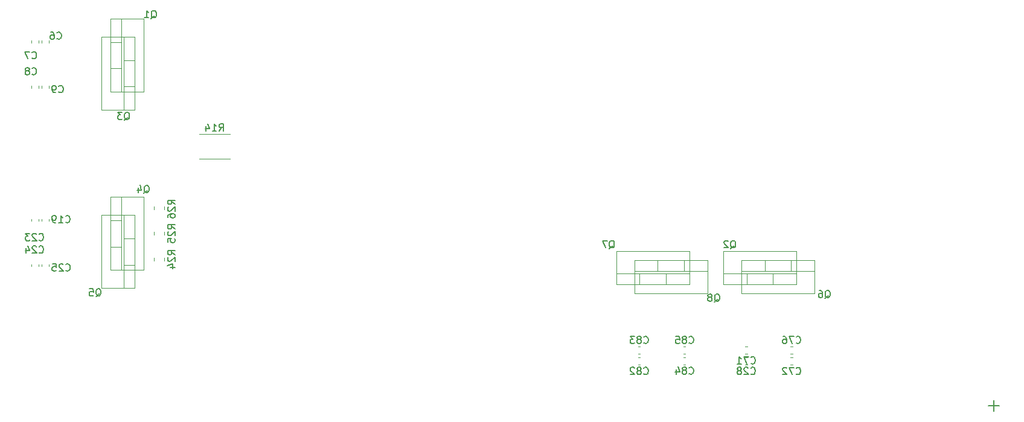
<source format=gbr>
%TF.GenerationSoftware,KiCad,Pcbnew,(6.0.9)*%
%TF.CreationDate,2023-07-13T02:30:16+01:00*%
%TF.ProjectId,Resonant_Converter_V1,5265736f-6e61-46e7-945f-436f6e766572,rev?*%
%TF.SameCoordinates,Original*%
%TF.FileFunction,Legend,Bot*%
%TF.FilePolarity,Positive*%
%FSLAX46Y46*%
G04 Gerber Fmt 4.6, Leading zero omitted, Abs format (unit mm)*
G04 Created by KiCad (PCBNEW (6.0.9)) date 2023-07-13 02:30:16*
%MOMM*%
%LPD*%
G01*
G04 APERTURE LIST*
%ADD10C,0.150000*%
%ADD11C,0.120000*%
G04 APERTURE END LIST*
D10*
X202261904Y-110392857D02*
X200738095Y-110392857D01*
X201500000Y-111154761D02*
X201500000Y-109630952D01*
%TO.C,Q2*%
X164595238Y-88297619D02*
X164690476Y-88250000D01*
X164785714Y-88154761D01*
X164928571Y-88011904D01*
X165023809Y-87964285D01*
X165119047Y-87964285D01*
X165071428Y-88202380D02*
X165166666Y-88154761D01*
X165261904Y-88059523D01*
X165309523Y-87869047D01*
X165309523Y-87535714D01*
X165261904Y-87345238D01*
X165166666Y-87250000D01*
X165071428Y-87202380D01*
X164880952Y-87202380D01*
X164785714Y-87250000D01*
X164690476Y-87345238D01*
X164642857Y-87535714D01*
X164642857Y-87869047D01*
X164690476Y-88059523D01*
X164785714Y-88154761D01*
X164880952Y-88202380D01*
X165071428Y-88202380D01*
X164261904Y-87297619D02*
X164214285Y-87250000D01*
X164119047Y-87202380D01*
X163880952Y-87202380D01*
X163785714Y-87250000D01*
X163738095Y-87297619D01*
X163690476Y-87392857D01*
X163690476Y-87488095D01*
X163738095Y-87630952D01*
X164309523Y-88202380D01*
X163690476Y-88202380D01*
%TO.C,C8*%
X66666666Y-63857142D02*
X66714285Y-63904761D01*
X66857142Y-63952380D01*
X66952380Y-63952380D01*
X67095238Y-63904761D01*
X67190476Y-63809523D01*
X67238095Y-63714285D01*
X67285714Y-63523809D01*
X67285714Y-63380952D01*
X67238095Y-63190476D01*
X67190476Y-63095238D01*
X67095238Y-63000000D01*
X66952380Y-62952380D01*
X66857142Y-62952380D01*
X66714285Y-63000000D01*
X66666666Y-63047619D01*
X66095238Y-63380952D02*
X66190476Y-63333333D01*
X66238095Y-63285714D01*
X66285714Y-63190476D01*
X66285714Y-63142857D01*
X66238095Y-63047619D01*
X66190476Y-63000000D01*
X66095238Y-62952380D01*
X65904761Y-62952380D01*
X65809523Y-63000000D01*
X65761904Y-63047619D01*
X65714285Y-63142857D01*
X65714285Y-63190476D01*
X65761904Y-63285714D01*
X65809523Y-63333333D01*
X65904761Y-63380952D01*
X66095238Y-63380952D01*
X66190476Y-63428571D01*
X66238095Y-63476190D01*
X66285714Y-63571428D01*
X66285714Y-63761904D01*
X66238095Y-63857142D01*
X66190476Y-63904761D01*
X66095238Y-63952380D01*
X65904761Y-63952380D01*
X65809523Y-63904761D01*
X65761904Y-63857142D01*
X65714285Y-63761904D01*
X65714285Y-63571428D01*
X65761904Y-63476190D01*
X65809523Y-63428571D01*
X65904761Y-63380952D01*
%TO.C,R26*%
X86702380Y-82107142D02*
X86226190Y-81773809D01*
X86702380Y-81535714D02*
X85702380Y-81535714D01*
X85702380Y-81916666D01*
X85750000Y-82011904D01*
X85797619Y-82059523D01*
X85892857Y-82107142D01*
X86035714Y-82107142D01*
X86130952Y-82059523D01*
X86178571Y-82011904D01*
X86226190Y-81916666D01*
X86226190Y-81535714D01*
X85797619Y-82488095D02*
X85750000Y-82535714D01*
X85702380Y-82630952D01*
X85702380Y-82869047D01*
X85750000Y-82964285D01*
X85797619Y-83011904D01*
X85892857Y-83059523D01*
X85988095Y-83059523D01*
X86130952Y-83011904D01*
X86702380Y-82440476D01*
X86702380Y-83059523D01*
X85702380Y-83916666D02*
X85702380Y-83726190D01*
X85750000Y-83630952D01*
X85797619Y-83583333D01*
X85940476Y-83488095D01*
X86130952Y-83440476D01*
X86511904Y-83440476D01*
X86607142Y-83488095D01*
X86654761Y-83535714D01*
X86702380Y-83630952D01*
X86702380Y-83821428D01*
X86654761Y-83916666D01*
X86607142Y-83964285D01*
X86511904Y-84011904D01*
X86273809Y-84011904D01*
X86178571Y-83964285D01*
X86130952Y-83916666D01*
X86083333Y-83821428D01*
X86083333Y-83630952D01*
X86130952Y-83535714D01*
X86178571Y-83488095D01*
X86273809Y-83440476D01*
%TO.C,C72*%
X173819761Y-105887142D02*
X173867380Y-105934761D01*
X174010237Y-105982380D01*
X174105475Y-105982380D01*
X174248332Y-105934761D01*
X174343570Y-105839523D01*
X174391189Y-105744285D01*
X174438808Y-105553809D01*
X174438808Y-105410952D01*
X174391189Y-105220476D01*
X174343570Y-105125238D01*
X174248332Y-105030000D01*
X174105475Y-104982380D01*
X174010237Y-104982380D01*
X173867380Y-105030000D01*
X173819761Y-105077619D01*
X173486427Y-104982380D02*
X172819761Y-104982380D01*
X173248332Y-105982380D01*
X172486427Y-105077619D02*
X172438808Y-105030000D01*
X172343570Y-104982380D01*
X172105475Y-104982380D01*
X172010237Y-105030000D01*
X171962618Y-105077619D01*
X171914999Y-105172857D01*
X171914999Y-105268095D01*
X171962618Y-105410952D01*
X172534046Y-105982380D01*
X171914999Y-105982380D01*
%TO.C,Q5*%
X75595238Y-95047619D02*
X75690476Y-95000000D01*
X75785714Y-94904761D01*
X75928571Y-94761904D01*
X76023809Y-94714285D01*
X76119047Y-94714285D01*
X76071428Y-94952380D02*
X76166666Y-94904761D01*
X76261904Y-94809523D01*
X76309523Y-94619047D01*
X76309523Y-94285714D01*
X76261904Y-94095238D01*
X76166666Y-94000000D01*
X76071428Y-93952380D01*
X75880952Y-93952380D01*
X75785714Y-94000000D01*
X75690476Y-94095238D01*
X75642857Y-94285714D01*
X75642857Y-94619047D01*
X75690476Y-94809523D01*
X75785714Y-94904761D01*
X75880952Y-94952380D01*
X76071428Y-94952380D01*
X74738095Y-93952380D02*
X75214285Y-93952380D01*
X75261904Y-94428571D01*
X75214285Y-94380952D01*
X75119047Y-94333333D01*
X74880952Y-94333333D01*
X74785714Y-94380952D01*
X74738095Y-94428571D01*
X74690476Y-94523809D01*
X74690476Y-94761904D01*
X74738095Y-94857142D01*
X74785714Y-94904761D01*
X74880952Y-94952380D01*
X75119047Y-94952380D01*
X75214285Y-94904761D01*
X75261904Y-94857142D01*
%TO.C,R14*%
X92892857Y-71832380D02*
X93226190Y-71356190D01*
X93464285Y-71832380D02*
X93464285Y-70832380D01*
X93083333Y-70832380D01*
X92988095Y-70880000D01*
X92940476Y-70927619D01*
X92892857Y-71022857D01*
X92892857Y-71165714D01*
X92940476Y-71260952D01*
X92988095Y-71308571D01*
X93083333Y-71356190D01*
X93464285Y-71356190D01*
X91940476Y-71832380D02*
X92511904Y-71832380D01*
X92226190Y-71832380D02*
X92226190Y-70832380D01*
X92321428Y-70975238D01*
X92416666Y-71070476D01*
X92511904Y-71118095D01*
X91083333Y-71165714D02*
X91083333Y-71832380D01*
X91321428Y-70784761D02*
X91559523Y-71499047D01*
X90940476Y-71499047D01*
%TO.C,C83*%
X152457857Y-101527142D02*
X152505476Y-101574761D01*
X152648333Y-101622380D01*
X152743571Y-101622380D01*
X152886428Y-101574761D01*
X152981666Y-101479523D01*
X153029285Y-101384285D01*
X153076904Y-101193809D01*
X153076904Y-101050952D01*
X153029285Y-100860476D01*
X152981666Y-100765238D01*
X152886428Y-100670000D01*
X152743571Y-100622380D01*
X152648333Y-100622380D01*
X152505476Y-100670000D01*
X152457857Y-100717619D01*
X151886428Y-101050952D02*
X151981666Y-101003333D01*
X152029285Y-100955714D01*
X152076904Y-100860476D01*
X152076904Y-100812857D01*
X152029285Y-100717619D01*
X151981666Y-100670000D01*
X151886428Y-100622380D01*
X151695952Y-100622380D01*
X151600714Y-100670000D01*
X151553095Y-100717619D01*
X151505476Y-100812857D01*
X151505476Y-100860476D01*
X151553095Y-100955714D01*
X151600714Y-101003333D01*
X151695952Y-101050952D01*
X151886428Y-101050952D01*
X151981666Y-101098571D01*
X152029285Y-101146190D01*
X152076904Y-101241428D01*
X152076904Y-101431904D01*
X152029285Y-101527142D01*
X151981666Y-101574761D01*
X151886428Y-101622380D01*
X151695952Y-101622380D01*
X151600714Y-101574761D01*
X151553095Y-101527142D01*
X151505476Y-101431904D01*
X151505476Y-101241428D01*
X151553095Y-101146190D01*
X151600714Y-101098571D01*
X151695952Y-101050952D01*
X151172142Y-100622380D02*
X150553095Y-100622380D01*
X150886428Y-101003333D01*
X150743571Y-101003333D01*
X150648333Y-101050952D01*
X150600714Y-101098571D01*
X150553095Y-101193809D01*
X150553095Y-101431904D01*
X150600714Y-101527142D01*
X150648333Y-101574761D01*
X150743571Y-101622380D01*
X151029285Y-101622380D01*
X151124523Y-101574761D01*
X151172142Y-101527142D01*
%TO.C,R24*%
X86702380Y-89157142D02*
X86226190Y-88823809D01*
X86702380Y-88585714D02*
X85702380Y-88585714D01*
X85702380Y-88966666D01*
X85750000Y-89061904D01*
X85797619Y-89109523D01*
X85892857Y-89157142D01*
X86035714Y-89157142D01*
X86130952Y-89109523D01*
X86178571Y-89061904D01*
X86226190Y-88966666D01*
X86226190Y-88585714D01*
X85797619Y-89538095D02*
X85750000Y-89585714D01*
X85702380Y-89680952D01*
X85702380Y-89919047D01*
X85750000Y-90014285D01*
X85797619Y-90061904D01*
X85892857Y-90109523D01*
X85988095Y-90109523D01*
X86130952Y-90061904D01*
X86702380Y-89490476D01*
X86702380Y-90109523D01*
X86035714Y-90966666D02*
X86702380Y-90966666D01*
X85654761Y-90728571D02*
X86369047Y-90490476D01*
X86369047Y-91109523D01*
%TO.C,C84*%
X158807857Y-105837142D02*
X158855476Y-105884761D01*
X158998333Y-105932380D01*
X159093571Y-105932380D01*
X159236428Y-105884761D01*
X159331666Y-105789523D01*
X159379285Y-105694285D01*
X159426904Y-105503809D01*
X159426904Y-105360952D01*
X159379285Y-105170476D01*
X159331666Y-105075238D01*
X159236428Y-104980000D01*
X159093571Y-104932380D01*
X158998333Y-104932380D01*
X158855476Y-104980000D01*
X158807857Y-105027619D01*
X158236428Y-105360952D02*
X158331666Y-105313333D01*
X158379285Y-105265714D01*
X158426904Y-105170476D01*
X158426904Y-105122857D01*
X158379285Y-105027619D01*
X158331666Y-104980000D01*
X158236428Y-104932380D01*
X158045952Y-104932380D01*
X157950714Y-104980000D01*
X157903095Y-105027619D01*
X157855476Y-105122857D01*
X157855476Y-105170476D01*
X157903095Y-105265714D01*
X157950714Y-105313333D01*
X158045952Y-105360952D01*
X158236428Y-105360952D01*
X158331666Y-105408571D01*
X158379285Y-105456190D01*
X158426904Y-105551428D01*
X158426904Y-105741904D01*
X158379285Y-105837142D01*
X158331666Y-105884761D01*
X158236428Y-105932380D01*
X158045952Y-105932380D01*
X157950714Y-105884761D01*
X157903095Y-105837142D01*
X157855476Y-105741904D01*
X157855476Y-105551428D01*
X157903095Y-105456190D01*
X157950714Y-105408571D01*
X158045952Y-105360952D01*
X156998333Y-105265714D02*
X156998333Y-105932380D01*
X157236428Y-104884761D02*
X157474523Y-105599047D01*
X156855476Y-105599047D01*
%TO.C,C76*%
X173807857Y-101527142D02*
X173855476Y-101574761D01*
X173998333Y-101622380D01*
X174093571Y-101622380D01*
X174236428Y-101574761D01*
X174331666Y-101479523D01*
X174379285Y-101384285D01*
X174426904Y-101193809D01*
X174426904Y-101050952D01*
X174379285Y-100860476D01*
X174331666Y-100765238D01*
X174236428Y-100670000D01*
X174093571Y-100622380D01*
X173998333Y-100622380D01*
X173855476Y-100670000D01*
X173807857Y-100717619D01*
X173474523Y-100622380D02*
X172807857Y-100622380D01*
X173236428Y-101622380D01*
X171998333Y-100622380D02*
X172188809Y-100622380D01*
X172284047Y-100670000D01*
X172331666Y-100717619D01*
X172426904Y-100860476D01*
X172474523Y-101050952D01*
X172474523Y-101431904D01*
X172426904Y-101527142D01*
X172379285Y-101574761D01*
X172284047Y-101622380D01*
X172093571Y-101622380D01*
X171998333Y-101574761D01*
X171950714Y-101527142D01*
X171903095Y-101431904D01*
X171903095Y-101193809D01*
X171950714Y-101098571D01*
X171998333Y-101050952D01*
X172093571Y-101003333D01*
X172284047Y-101003333D01*
X172379285Y-101050952D01*
X172426904Y-101098571D01*
X172474523Y-101193809D01*
%TO.C,C85*%
X158807857Y-101527142D02*
X158855476Y-101574761D01*
X158998333Y-101622380D01*
X159093571Y-101622380D01*
X159236428Y-101574761D01*
X159331666Y-101479523D01*
X159379285Y-101384285D01*
X159426904Y-101193809D01*
X159426904Y-101050952D01*
X159379285Y-100860476D01*
X159331666Y-100765238D01*
X159236428Y-100670000D01*
X159093571Y-100622380D01*
X158998333Y-100622380D01*
X158855476Y-100670000D01*
X158807857Y-100717619D01*
X158236428Y-101050952D02*
X158331666Y-101003333D01*
X158379285Y-100955714D01*
X158426904Y-100860476D01*
X158426904Y-100812857D01*
X158379285Y-100717619D01*
X158331666Y-100670000D01*
X158236428Y-100622380D01*
X158045952Y-100622380D01*
X157950714Y-100670000D01*
X157903095Y-100717619D01*
X157855476Y-100812857D01*
X157855476Y-100860476D01*
X157903095Y-100955714D01*
X157950714Y-101003333D01*
X158045952Y-101050952D01*
X158236428Y-101050952D01*
X158331666Y-101098571D01*
X158379285Y-101146190D01*
X158426904Y-101241428D01*
X158426904Y-101431904D01*
X158379285Y-101527142D01*
X158331666Y-101574761D01*
X158236428Y-101622380D01*
X158045952Y-101622380D01*
X157950714Y-101574761D01*
X157903095Y-101527142D01*
X157855476Y-101431904D01*
X157855476Y-101241428D01*
X157903095Y-101146190D01*
X157950714Y-101098571D01*
X158045952Y-101050952D01*
X156950714Y-100622380D02*
X157426904Y-100622380D01*
X157474523Y-101098571D01*
X157426904Y-101050952D01*
X157331666Y-101003333D01*
X157093571Y-101003333D01*
X156998333Y-101050952D01*
X156950714Y-101098571D01*
X156903095Y-101193809D01*
X156903095Y-101431904D01*
X156950714Y-101527142D01*
X156998333Y-101574761D01*
X157093571Y-101622380D01*
X157331666Y-101622380D01*
X157426904Y-101574761D01*
X157474523Y-101527142D01*
%TO.C,C7*%
X66666666Y-61607142D02*
X66714285Y-61654761D01*
X66857142Y-61702380D01*
X66952380Y-61702380D01*
X67095238Y-61654761D01*
X67190476Y-61559523D01*
X67238095Y-61464285D01*
X67285714Y-61273809D01*
X67285714Y-61130952D01*
X67238095Y-60940476D01*
X67190476Y-60845238D01*
X67095238Y-60750000D01*
X66952380Y-60702380D01*
X66857142Y-60702380D01*
X66714285Y-60750000D01*
X66666666Y-60797619D01*
X66333333Y-60702380D02*
X65666666Y-60702380D01*
X66095238Y-61702380D01*
%TO.C,Q7*%
X147595238Y-88297619D02*
X147690476Y-88250000D01*
X147785714Y-88154761D01*
X147928571Y-88011904D01*
X148023809Y-87964285D01*
X148119047Y-87964285D01*
X148071428Y-88202380D02*
X148166666Y-88154761D01*
X148261904Y-88059523D01*
X148309523Y-87869047D01*
X148309523Y-87535714D01*
X148261904Y-87345238D01*
X148166666Y-87250000D01*
X148071428Y-87202380D01*
X147880952Y-87202380D01*
X147785714Y-87250000D01*
X147690476Y-87345238D01*
X147642857Y-87535714D01*
X147642857Y-87869047D01*
X147690476Y-88059523D01*
X147785714Y-88154761D01*
X147880952Y-88202380D01*
X148071428Y-88202380D01*
X147309523Y-87202380D02*
X146642857Y-87202380D01*
X147071428Y-88202380D01*
%TO.C,C24*%
X67642857Y-88857142D02*
X67690476Y-88904761D01*
X67833333Y-88952380D01*
X67928571Y-88952380D01*
X68071428Y-88904761D01*
X68166666Y-88809523D01*
X68214285Y-88714285D01*
X68261904Y-88523809D01*
X68261904Y-88380952D01*
X68214285Y-88190476D01*
X68166666Y-88095238D01*
X68071428Y-88000000D01*
X67928571Y-87952380D01*
X67833333Y-87952380D01*
X67690476Y-88000000D01*
X67642857Y-88047619D01*
X67261904Y-88047619D02*
X67214285Y-88000000D01*
X67119047Y-87952380D01*
X66880952Y-87952380D01*
X66785714Y-88000000D01*
X66738095Y-88047619D01*
X66690476Y-88142857D01*
X66690476Y-88238095D01*
X66738095Y-88380952D01*
X67309523Y-88952380D01*
X66690476Y-88952380D01*
X65833333Y-88285714D02*
X65833333Y-88952380D01*
X66071428Y-87904761D02*
X66309523Y-88619047D01*
X65690476Y-88619047D01*
%TO.C,C25*%
X71392857Y-91357142D02*
X71440476Y-91404761D01*
X71583333Y-91452380D01*
X71678571Y-91452380D01*
X71821428Y-91404761D01*
X71916666Y-91309523D01*
X71964285Y-91214285D01*
X72011904Y-91023809D01*
X72011904Y-90880952D01*
X71964285Y-90690476D01*
X71916666Y-90595238D01*
X71821428Y-90500000D01*
X71678571Y-90452380D01*
X71583333Y-90452380D01*
X71440476Y-90500000D01*
X71392857Y-90547619D01*
X71011904Y-90547619D02*
X70964285Y-90500000D01*
X70869047Y-90452380D01*
X70630952Y-90452380D01*
X70535714Y-90500000D01*
X70488095Y-90547619D01*
X70440476Y-90642857D01*
X70440476Y-90738095D01*
X70488095Y-90880952D01*
X71059523Y-91452380D01*
X70440476Y-91452380D01*
X69535714Y-90452380D02*
X70011904Y-90452380D01*
X70059523Y-90928571D01*
X70011904Y-90880952D01*
X69916666Y-90833333D01*
X69678571Y-90833333D01*
X69583333Y-90880952D01*
X69535714Y-90928571D01*
X69488095Y-91023809D01*
X69488095Y-91261904D01*
X69535714Y-91357142D01*
X69583333Y-91404761D01*
X69678571Y-91452380D01*
X69916666Y-91452380D01*
X70011904Y-91404761D01*
X70059523Y-91357142D01*
%TO.C,Q6*%
X177845238Y-95297619D02*
X177940476Y-95250000D01*
X178035714Y-95154761D01*
X178178571Y-95011904D01*
X178273809Y-94964285D01*
X178369047Y-94964285D01*
X178321428Y-95202380D02*
X178416666Y-95154761D01*
X178511904Y-95059523D01*
X178559523Y-94869047D01*
X178559523Y-94535714D01*
X178511904Y-94345238D01*
X178416666Y-94250000D01*
X178321428Y-94202380D01*
X178130952Y-94202380D01*
X178035714Y-94250000D01*
X177940476Y-94345238D01*
X177892857Y-94535714D01*
X177892857Y-94869047D01*
X177940476Y-95059523D01*
X178035714Y-95154761D01*
X178130952Y-95202380D01*
X178321428Y-95202380D01*
X177035714Y-94202380D02*
X177226190Y-94202380D01*
X177321428Y-94250000D01*
X177369047Y-94297619D01*
X177464285Y-94440476D01*
X177511904Y-94630952D01*
X177511904Y-95011904D01*
X177464285Y-95107142D01*
X177416666Y-95154761D01*
X177321428Y-95202380D01*
X177130952Y-95202380D01*
X177035714Y-95154761D01*
X176988095Y-95107142D01*
X176940476Y-95011904D01*
X176940476Y-94773809D01*
X176988095Y-94678571D01*
X177035714Y-94630952D01*
X177130952Y-94583333D01*
X177321428Y-94583333D01*
X177416666Y-94630952D01*
X177464285Y-94678571D01*
X177511904Y-94773809D01*
%TO.C,R25*%
X86702380Y-85557142D02*
X86226190Y-85223809D01*
X86702380Y-84985714D02*
X85702380Y-84985714D01*
X85702380Y-85366666D01*
X85750000Y-85461904D01*
X85797619Y-85509523D01*
X85892857Y-85557142D01*
X86035714Y-85557142D01*
X86130952Y-85509523D01*
X86178571Y-85461904D01*
X86226190Y-85366666D01*
X86226190Y-84985714D01*
X85797619Y-85938095D02*
X85750000Y-85985714D01*
X85702380Y-86080952D01*
X85702380Y-86319047D01*
X85750000Y-86414285D01*
X85797619Y-86461904D01*
X85892857Y-86509523D01*
X85988095Y-86509523D01*
X86130952Y-86461904D01*
X86702380Y-85890476D01*
X86702380Y-86509523D01*
X85702380Y-87414285D02*
X85702380Y-86938095D01*
X86178571Y-86890476D01*
X86130952Y-86938095D01*
X86083333Y-87033333D01*
X86083333Y-87271428D01*
X86130952Y-87366666D01*
X86178571Y-87414285D01*
X86273809Y-87461904D01*
X86511904Y-87461904D01*
X86607142Y-87414285D01*
X86654761Y-87366666D01*
X86702380Y-87271428D01*
X86702380Y-87033333D01*
X86654761Y-86938095D01*
X86607142Y-86890476D01*
%TO.C,C82*%
X152462857Y-105877142D02*
X152510476Y-105924761D01*
X152653333Y-105972380D01*
X152748571Y-105972380D01*
X152891428Y-105924761D01*
X152986666Y-105829523D01*
X153034285Y-105734285D01*
X153081904Y-105543809D01*
X153081904Y-105400952D01*
X153034285Y-105210476D01*
X152986666Y-105115238D01*
X152891428Y-105020000D01*
X152748571Y-104972380D01*
X152653333Y-104972380D01*
X152510476Y-105020000D01*
X152462857Y-105067619D01*
X151891428Y-105400952D02*
X151986666Y-105353333D01*
X152034285Y-105305714D01*
X152081904Y-105210476D01*
X152081904Y-105162857D01*
X152034285Y-105067619D01*
X151986666Y-105020000D01*
X151891428Y-104972380D01*
X151700952Y-104972380D01*
X151605714Y-105020000D01*
X151558095Y-105067619D01*
X151510476Y-105162857D01*
X151510476Y-105210476D01*
X151558095Y-105305714D01*
X151605714Y-105353333D01*
X151700952Y-105400952D01*
X151891428Y-105400952D01*
X151986666Y-105448571D01*
X152034285Y-105496190D01*
X152081904Y-105591428D01*
X152081904Y-105781904D01*
X152034285Y-105877142D01*
X151986666Y-105924761D01*
X151891428Y-105972380D01*
X151700952Y-105972380D01*
X151605714Y-105924761D01*
X151558095Y-105877142D01*
X151510476Y-105781904D01*
X151510476Y-105591428D01*
X151558095Y-105496190D01*
X151605714Y-105448571D01*
X151700952Y-105400952D01*
X151129523Y-105067619D02*
X151081904Y-105020000D01*
X150986666Y-104972380D01*
X150748571Y-104972380D01*
X150653333Y-105020000D01*
X150605714Y-105067619D01*
X150558095Y-105162857D01*
X150558095Y-105258095D01*
X150605714Y-105400952D01*
X151177142Y-105972380D01*
X150558095Y-105972380D01*
%TO.C,C19*%
X71375357Y-84607142D02*
X71422976Y-84654761D01*
X71565833Y-84702380D01*
X71661071Y-84702380D01*
X71803928Y-84654761D01*
X71899166Y-84559523D01*
X71946785Y-84464285D01*
X71994404Y-84273809D01*
X71994404Y-84130952D01*
X71946785Y-83940476D01*
X71899166Y-83845238D01*
X71803928Y-83750000D01*
X71661071Y-83702380D01*
X71565833Y-83702380D01*
X71422976Y-83750000D01*
X71375357Y-83797619D01*
X70422976Y-84702380D02*
X70994404Y-84702380D01*
X70708690Y-84702380D02*
X70708690Y-83702380D01*
X70803928Y-83845238D01*
X70899166Y-83940476D01*
X70994404Y-83988095D01*
X69946785Y-84702380D02*
X69756309Y-84702380D01*
X69661071Y-84654761D01*
X69613452Y-84607142D01*
X69518214Y-84464285D01*
X69470595Y-84273809D01*
X69470595Y-83892857D01*
X69518214Y-83797619D01*
X69565833Y-83750000D01*
X69661071Y-83702380D01*
X69851547Y-83702380D01*
X69946785Y-83750000D01*
X69994404Y-83797619D01*
X70042023Y-83892857D01*
X70042023Y-84130952D01*
X69994404Y-84226190D01*
X69946785Y-84273809D01*
X69851547Y-84321428D01*
X69661071Y-84321428D01*
X69565833Y-84273809D01*
X69518214Y-84226190D01*
X69470595Y-84130952D01*
%TO.C,C71*%
X167457857Y-104387142D02*
X167505476Y-104434761D01*
X167648333Y-104482380D01*
X167743571Y-104482380D01*
X167886428Y-104434761D01*
X167981666Y-104339523D01*
X168029285Y-104244285D01*
X168076904Y-104053809D01*
X168076904Y-103910952D01*
X168029285Y-103720476D01*
X167981666Y-103625238D01*
X167886428Y-103530000D01*
X167743571Y-103482380D01*
X167648333Y-103482380D01*
X167505476Y-103530000D01*
X167457857Y-103577619D01*
X167124523Y-103482380D02*
X166457857Y-103482380D01*
X166886428Y-104482380D01*
X165553095Y-104482380D02*
X166124523Y-104482380D01*
X165838809Y-104482380D02*
X165838809Y-103482380D01*
X165934047Y-103625238D01*
X166029285Y-103720476D01*
X166124523Y-103768095D01*
%TO.C,C6*%
X70166666Y-58857142D02*
X70214285Y-58904761D01*
X70357142Y-58952380D01*
X70452380Y-58952380D01*
X70595238Y-58904761D01*
X70690476Y-58809523D01*
X70738095Y-58714285D01*
X70785714Y-58523809D01*
X70785714Y-58380952D01*
X70738095Y-58190476D01*
X70690476Y-58095238D01*
X70595238Y-58000000D01*
X70452380Y-57952380D01*
X70357142Y-57952380D01*
X70214285Y-58000000D01*
X70166666Y-58047619D01*
X69309523Y-57952380D02*
X69500000Y-57952380D01*
X69595238Y-58000000D01*
X69642857Y-58047619D01*
X69738095Y-58190476D01*
X69785714Y-58380952D01*
X69785714Y-58761904D01*
X69738095Y-58857142D01*
X69690476Y-58904761D01*
X69595238Y-58952380D01*
X69404761Y-58952380D01*
X69309523Y-58904761D01*
X69261904Y-58857142D01*
X69214285Y-58761904D01*
X69214285Y-58523809D01*
X69261904Y-58428571D01*
X69309523Y-58380952D01*
X69404761Y-58333333D01*
X69595238Y-58333333D01*
X69690476Y-58380952D01*
X69738095Y-58428571D01*
X69785714Y-58523809D01*
%TO.C,Q8*%
X162345238Y-95797619D02*
X162440476Y-95750000D01*
X162535714Y-95654761D01*
X162678571Y-95511904D01*
X162773809Y-95464285D01*
X162869047Y-95464285D01*
X162821428Y-95702380D02*
X162916666Y-95654761D01*
X163011904Y-95559523D01*
X163059523Y-95369047D01*
X163059523Y-95035714D01*
X163011904Y-94845238D01*
X162916666Y-94750000D01*
X162821428Y-94702380D01*
X162630952Y-94702380D01*
X162535714Y-94750000D01*
X162440476Y-94845238D01*
X162392857Y-95035714D01*
X162392857Y-95369047D01*
X162440476Y-95559523D01*
X162535714Y-95654761D01*
X162630952Y-95702380D01*
X162821428Y-95702380D01*
X161821428Y-95130952D02*
X161916666Y-95083333D01*
X161964285Y-95035714D01*
X162011904Y-94940476D01*
X162011904Y-94892857D01*
X161964285Y-94797619D01*
X161916666Y-94750000D01*
X161821428Y-94702380D01*
X161630952Y-94702380D01*
X161535714Y-94750000D01*
X161488095Y-94797619D01*
X161440476Y-94892857D01*
X161440476Y-94940476D01*
X161488095Y-95035714D01*
X161535714Y-95083333D01*
X161630952Y-95130952D01*
X161821428Y-95130952D01*
X161916666Y-95178571D01*
X161964285Y-95226190D01*
X162011904Y-95321428D01*
X162011904Y-95511904D01*
X161964285Y-95607142D01*
X161916666Y-95654761D01*
X161821428Y-95702380D01*
X161630952Y-95702380D01*
X161535714Y-95654761D01*
X161488095Y-95607142D01*
X161440476Y-95511904D01*
X161440476Y-95321428D01*
X161488095Y-95226190D01*
X161535714Y-95178571D01*
X161630952Y-95130952D01*
%TO.C,Q3*%
X79595238Y-70297619D02*
X79690476Y-70250000D01*
X79785714Y-70154761D01*
X79928571Y-70011904D01*
X80023809Y-69964285D01*
X80119047Y-69964285D01*
X80071428Y-70202380D02*
X80166666Y-70154761D01*
X80261904Y-70059523D01*
X80309523Y-69869047D01*
X80309523Y-69535714D01*
X80261904Y-69345238D01*
X80166666Y-69250000D01*
X80071428Y-69202380D01*
X79880952Y-69202380D01*
X79785714Y-69250000D01*
X79690476Y-69345238D01*
X79642857Y-69535714D01*
X79642857Y-69869047D01*
X79690476Y-70059523D01*
X79785714Y-70154761D01*
X79880952Y-70202380D01*
X80071428Y-70202380D01*
X79309523Y-69202380D02*
X78690476Y-69202380D01*
X79023809Y-69583333D01*
X78880952Y-69583333D01*
X78785714Y-69630952D01*
X78738095Y-69678571D01*
X78690476Y-69773809D01*
X78690476Y-70011904D01*
X78738095Y-70107142D01*
X78785714Y-70154761D01*
X78880952Y-70202380D01*
X79166666Y-70202380D01*
X79261904Y-70154761D01*
X79309523Y-70107142D01*
%TO.C,Q4*%
X82345238Y-80547619D02*
X82440476Y-80500000D01*
X82535714Y-80404761D01*
X82678571Y-80261904D01*
X82773809Y-80214285D01*
X82869047Y-80214285D01*
X82821428Y-80452380D02*
X82916666Y-80404761D01*
X83011904Y-80309523D01*
X83059523Y-80119047D01*
X83059523Y-79785714D01*
X83011904Y-79595238D01*
X82916666Y-79500000D01*
X82821428Y-79452380D01*
X82630952Y-79452380D01*
X82535714Y-79500000D01*
X82440476Y-79595238D01*
X82392857Y-79785714D01*
X82392857Y-80119047D01*
X82440476Y-80309523D01*
X82535714Y-80404761D01*
X82630952Y-80452380D01*
X82821428Y-80452380D01*
X81535714Y-79785714D02*
X81535714Y-80452380D01*
X81773809Y-79404761D02*
X82011904Y-80119047D01*
X81392857Y-80119047D01*
%TO.C,C9*%
X70416666Y-66357142D02*
X70464285Y-66404761D01*
X70607142Y-66452380D01*
X70702380Y-66452380D01*
X70845238Y-66404761D01*
X70940476Y-66309523D01*
X70988095Y-66214285D01*
X71035714Y-66023809D01*
X71035714Y-65880952D01*
X70988095Y-65690476D01*
X70940476Y-65595238D01*
X70845238Y-65500000D01*
X70702380Y-65452380D01*
X70607142Y-65452380D01*
X70464285Y-65500000D01*
X70416666Y-65547619D01*
X69940476Y-66452380D02*
X69750000Y-66452380D01*
X69654761Y-66404761D01*
X69607142Y-66357142D01*
X69511904Y-66214285D01*
X69464285Y-66023809D01*
X69464285Y-65642857D01*
X69511904Y-65547619D01*
X69559523Y-65500000D01*
X69654761Y-65452380D01*
X69845238Y-65452380D01*
X69940476Y-65500000D01*
X69988095Y-65547619D01*
X70035714Y-65642857D01*
X70035714Y-65880952D01*
X69988095Y-65976190D01*
X69940476Y-66023809D01*
X69845238Y-66071428D01*
X69654761Y-66071428D01*
X69559523Y-66023809D01*
X69511904Y-65976190D01*
X69464285Y-65880952D01*
%TO.C,C23*%
X67642857Y-87107142D02*
X67690476Y-87154761D01*
X67833333Y-87202380D01*
X67928571Y-87202380D01*
X68071428Y-87154761D01*
X68166666Y-87059523D01*
X68214285Y-86964285D01*
X68261904Y-86773809D01*
X68261904Y-86630952D01*
X68214285Y-86440476D01*
X68166666Y-86345238D01*
X68071428Y-86250000D01*
X67928571Y-86202380D01*
X67833333Y-86202380D01*
X67690476Y-86250000D01*
X67642857Y-86297619D01*
X67261904Y-86297619D02*
X67214285Y-86250000D01*
X67119047Y-86202380D01*
X66880952Y-86202380D01*
X66785714Y-86250000D01*
X66738095Y-86297619D01*
X66690476Y-86392857D01*
X66690476Y-86488095D01*
X66738095Y-86630952D01*
X67309523Y-87202380D01*
X66690476Y-87202380D01*
X66357142Y-86202380D02*
X65738095Y-86202380D01*
X66071428Y-86583333D01*
X65928571Y-86583333D01*
X65833333Y-86630952D01*
X65785714Y-86678571D01*
X65738095Y-86773809D01*
X65738095Y-87011904D01*
X65785714Y-87107142D01*
X65833333Y-87154761D01*
X65928571Y-87202380D01*
X66214285Y-87202380D01*
X66309523Y-87154761D01*
X66357142Y-87107142D01*
%TO.C,C28*%
X167457857Y-105877142D02*
X167505476Y-105924761D01*
X167648333Y-105972380D01*
X167743571Y-105972380D01*
X167886428Y-105924761D01*
X167981666Y-105829523D01*
X168029285Y-105734285D01*
X168076904Y-105543809D01*
X168076904Y-105400952D01*
X168029285Y-105210476D01*
X167981666Y-105115238D01*
X167886428Y-105020000D01*
X167743571Y-104972380D01*
X167648333Y-104972380D01*
X167505476Y-105020000D01*
X167457857Y-105067619D01*
X167076904Y-105067619D02*
X167029285Y-105020000D01*
X166934047Y-104972380D01*
X166695952Y-104972380D01*
X166600714Y-105020000D01*
X166553095Y-105067619D01*
X166505476Y-105162857D01*
X166505476Y-105258095D01*
X166553095Y-105400952D01*
X167124523Y-105972380D01*
X166505476Y-105972380D01*
X165934047Y-105400952D02*
X166029285Y-105353333D01*
X166076904Y-105305714D01*
X166124523Y-105210476D01*
X166124523Y-105162857D01*
X166076904Y-105067619D01*
X166029285Y-105020000D01*
X165934047Y-104972380D01*
X165743571Y-104972380D01*
X165648333Y-105020000D01*
X165600714Y-105067619D01*
X165553095Y-105162857D01*
X165553095Y-105210476D01*
X165600714Y-105305714D01*
X165648333Y-105353333D01*
X165743571Y-105400952D01*
X165934047Y-105400952D01*
X166029285Y-105448571D01*
X166076904Y-105496190D01*
X166124523Y-105591428D01*
X166124523Y-105781904D01*
X166076904Y-105877142D01*
X166029285Y-105924761D01*
X165934047Y-105972380D01*
X165743571Y-105972380D01*
X165648333Y-105924761D01*
X165600714Y-105877142D01*
X165553095Y-105781904D01*
X165553095Y-105591428D01*
X165600714Y-105496190D01*
X165648333Y-105448571D01*
X165743571Y-105400952D01*
%TO.C,Q1*%
X83345238Y-56047619D02*
X83440476Y-56000000D01*
X83535714Y-55904761D01*
X83678571Y-55761904D01*
X83773809Y-55714285D01*
X83869047Y-55714285D01*
X83821428Y-55952380D02*
X83916666Y-55904761D01*
X84011904Y-55809523D01*
X84059523Y-55619047D01*
X84059523Y-55285714D01*
X84011904Y-55095238D01*
X83916666Y-55000000D01*
X83821428Y-54952380D01*
X83630952Y-54952380D01*
X83535714Y-55000000D01*
X83440476Y-55095238D01*
X83392857Y-55285714D01*
X83392857Y-55619047D01*
X83440476Y-55809523D01*
X83535714Y-55904761D01*
X83630952Y-55952380D01*
X83821428Y-55952380D01*
X82440476Y-55952380D02*
X83011904Y-55952380D01*
X82726190Y-55952380D02*
X82726190Y-54952380D01*
X82821428Y-55095238D01*
X82916666Y-55190476D01*
X83011904Y-55238095D01*
D11*
%TO.C,Q2*%
X173840000Y-93297500D02*
X173840000Y-88656500D01*
X163600000Y-93297500D02*
X173840000Y-93297500D01*
X163600000Y-91787500D02*
X173840000Y-91787500D01*
X170571000Y-93297500D02*
X170571000Y-91787500D01*
X163600000Y-93297500D02*
X163600000Y-88656500D01*
X163600000Y-88656500D02*
X173840000Y-88656500D01*
X166870000Y-93297500D02*
X166870000Y-91787500D01*
%TO.C,C8*%
X67617500Y-65504420D02*
X67617500Y-65785580D01*
X66597500Y-65504420D02*
X66597500Y-65785580D01*
%TO.C,R26*%
X85235000Y-82372936D02*
X85235000Y-82827064D01*
X83765000Y-82372936D02*
X83765000Y-82827064D01*
%TO.C,C72*%
X173036324Y-103590000D02*
X173317484Y-103590000D01*
X173036324Y-104610000D02*
X173317484Y-104610000D01*
%TO.C,Q5*%
X76406500Y-93865000D02*
X76406500Y-83625000D01*
X81047500Y-86894000D02*
X79537500Y-86894000D01*
X81047500Y-93865000D02*
X76406500Y-93865000D01*
X79537500Y-93865000D02*
X79537500Y-83625000D01*
X81047500Y-83625000D02*
X76406500Y-83625000D01*
X81047500Y-93865000D02*
X81047500Y-83625000D01*
X81047500Y-90595000D02*
X79537500Y-90595000D01*
%TO.C,R14*%
X94427064Y-72290000D02*
X90072936Y-72290000D01*
X94427064Y-75710000D02*
X90072936Y-75710000D01*
%TO.C,C83*%
X151955580Y-103110000D02*
X151674420Y-103110000D01*
X151955580Y-102090000D02*
X151674420Y-102090000D01*
%TO.C,R24*%
X83765000Y-89572936D02*
X83765000Y-90027064D01*
X85235000Y-89572936D02*
X85235000Y-90027064D01*
%TO.C,C84*%
X158024420Y-103540000D02*
X158305580Y-103540000D01*
X158024420Y-104560000D02*
X158305580Y-104560000D01*
%TO.C,C76*%
X173305580Y-102090000D02*
X173024420Y-102090000D01*
X173305580Y-103110000D02*
X173024420Y-103110000D01*
%TO.C,C85*%
X158305580Y-103110000D02*
X158024420Y-103110000D01*
X158305580Y-102090000D02*
X158024420Y-102090000D01*
%TO.C,C7*%
X66597500Y-59159420D02*
X66597500Y-59440580D01*
X67617500Y-59159420D02*
X67617500Y-59440580D01*
%TO.C,Q7*%
X155571000Y-93297500D02*
X155571000Y-91787500D01*
X151870000Y-93297500D02*
X151870000Y-91787500D01*
X158840000Y-93297500D02*
X158840000Y-88656500D01*
X148600000Y-93297500D02*
X158840000Y-93297500D01*
X148600000Y-88656500D02*
X158840000Y-88656500D01*
X148600000Y-93297500D02*
X148600000Y-88656500D01*
X148600000Y-91787500D02*
X158840000Y-91787500D01*
%TO.C,C24*%
X67617500Y-90785580D02*
X67617500Y-90504420D01*
X66597500Y-90785580D02*
X66597500Y-90504420D01*
%TO.C,C25*%
X69057500Y-90504420D02*
X69057500Y-90785580D01*
X68037500Y-90504420D02*
X68037500Y-90785580D01*
%TO.C,Q6*%
X169409000Y-89952500D02*
X169409000Y-91462500D01*
X176380000Y-89952500D02*
X166140000Y-89952500D01*
X166140000Y-89952500D02*
X166140000Y-94593500D01*
X176380000Y-91462500D02*
X166140000Y-91462500D01*
X176380000Y-94593500D02*
X166140000Y-94593500D01*
X176380000Y-89952500D02*
X176380000Y-94593500D01*
X173110000Y-89952500D02*
X173110000Y-91462500D01*
%TO.C,R25*%
X85235000Y-85972936D02*
X85235000Y-86427064D01*
X83765000Y-85972936D02*
X83765000Y-86427064D01*
%TO.C,C82*%
X151679420Y-103580000D02*
X151960580Y-103580000D01*
X151679420Y-104600000D02*
X151960580Y-104600000D01*
%TO.C,C19*%
X69040000Y-84440580D02*
X69040000Y-84159420D01*
X68020000Y-84440580D02*
X68020000Y-84159420D01*
%TO.C,C71*%
X166674420Y-102090000D02*
X166955580Y-102090000D01*
X166674420Y-103110000D02*
X166955580Y-103110000D01*
%TO.C,C6*%
X69057500Y-59159420D02*
X69057500Y-59440580D01*
X68037500Y-59159420D02*
X68037500Y-59440580D01*
%TO.C,Q8*%
X161380000Y-89952500D02*
X151140000Y-89952500D01*
X154409000Y-89952500D02*
X154409000Y-91462500D01*
X161380000Y-94593500D02*
X151140000Y-94593500D01*
X158110000Y-89952500D02*
X158110000Y-91462500D01*
X161380000Y-91462500D02*
X151140000Y-91462500D01*
X151140000Y-89952500D02*
X151140000Y-94593500D01*
X161380000Y-89952500D02*
X161380000Y-94593500D01*
%TO.C,Q3*%
X81047500Y-65595000D02*
X79537500Y-65595000D01*
X81047500Y-61894000D02*
X79537500Y-61894000D01*
X79537500Y-68865000D02*
X79537500Y-58625000D01*
X81047500Y-68865000D02*
X81047500Y-58625000D01*
X81047500Y-68865000D02*
X76406500Y-68865000D01*
X81047500Y-58625000D02*
X76406500Y-58625000D01*
X76406500Y-68865000D02*
X76406500Y-58625000D01*
%TO.C,Q4*%
X79212500Y-81085000D02*
X79212500Y-91325000D01*
X77702500Y-81085000D02*
X77702500Y-91325000D01*
X77702500Y-91325000D02*
X82343500Y-91325000D01*
X82343500Y-81085000D02*
X82343500Y-91325000D01*
X77702500Y-88056000D02*
X79212500Y-88056000D01*
X77702500Y-84355000D02*
X79212500Y-84355000D01*
X77702500Y-81085000D02*
X82343500Y-81085000D01*
%TO.C,C9*%
X69057500Y-65785580D02*
X69057500Y-65504420D01*
X68037500Y-65785580D02*
X68037500Y-65504420D01*
%TO.C,C23*%
X67617500Y-84159420D02*
X67617500Y-84440580D01*
X66597500Y-84159420D02*
X66597500Y-84440580D01*
%TO.C,C28*%
X166674420Y-103580000D02*
X166955580Y-103580000D01*
X166674420Y-104600000D02*
X166955580Y-104600000D01*
%TO.C,Q1*%
X77702500Y-59355000D02*
X79212500Y-59355000D01*
X77702500Y-56085000D02*
X82343500Y-56085000D01*
X77702500Y-66325000D02*
X82343500Y-66325000D01*
X77702500Y-63056000D02*
X79212500Y-63056000D01*
X79212500Y-56085000D02*
X79212500Y-66325000D01*
X77702500Y-56085000D02*
X77702500Y-66325000D01*
X82343500Y-56085000D02*
X82343500Y-66325000D01*
%TD*%
M02*

</source>
